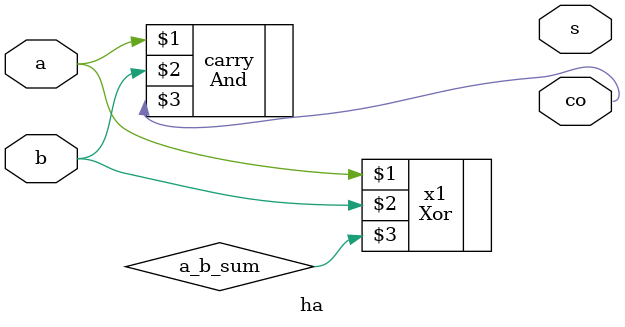
<source format=v>
module ha(input a , b, output s, co);
    wire a_b_sum;
    Xor x1(a,b,a_b_sum);
    And carry (a,b,co);
endmodule
</source>
